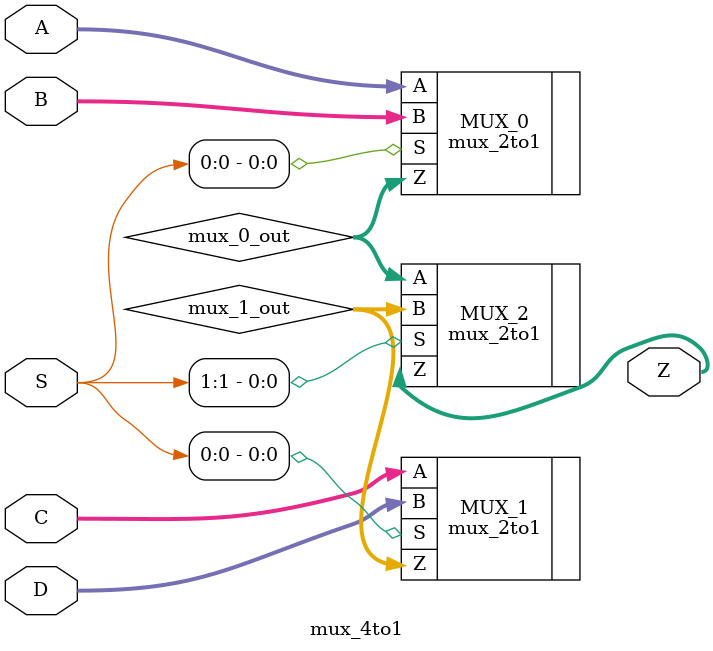
<source format=v>
`timescale 1ns / 1ps
`default_nettype none


module mux_4to1(A, B, C, D, S, Z);
    parameter WIDTH = 32;

    input wire [(WIDTH-1):0] A, B, C, D;
    input wire [1:0] S;
    output wire [(WIDTH-1):0] Z;

    wire [(WIDTH)-1:0] mux_0_out, mux_1_out;

    mux_2to1 #(.WIDTH(WIDTH)) MUX_0 (
        .A(A),
        .B(B),
        .S(S[0]),
        .Z(mux_0_out)
    );
    mux_2to1 #(.WIDTH(WIDTH)) MUX_1 (
        .A(C),
        .B(D),
        .S(S[0]),
        .Z(mux_1_out)
    );
    mux_2to1 #(.WIDTH(WIDTH)) MUX_2 (
        .A(mux_0_out),
        .B(mux_1_out),
        .S(S[1]),
        .Z(Z)
    );
endmodule



</source>
